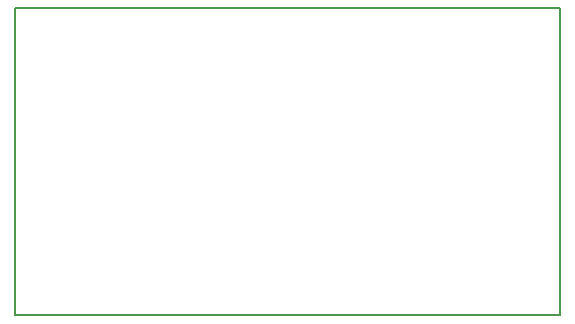
<source format=gbr>
G04 (created by PCBNEW (2013-may-18)-stable) date Вс 15 ноя 2015 18:53:40*
%MOIN*%
G04 Gerber Fmt 3.4, Leading zero omitted, Abs format*
%FSLAX34Y34*%
G01*
G70*
G90*
G04 APERTURE LIST*
%ADD10C,0.00590551*%
G04 APERTURE END LIST*
G54D10*
X42874Y-28385D02*
X42362Y-28385D01*
X42874Y-18149D02*
X42874Y-28385D01*
X42362Y-18149D02*
X42874Y-18149D01*
X24685Y-28385D02*
X24685Y-18149D01*
X42362Y-28385D02*
X24685Y-28385D01*
X24685Y-18149D02*
X42362Y-18149D01*
M02*

</source>
